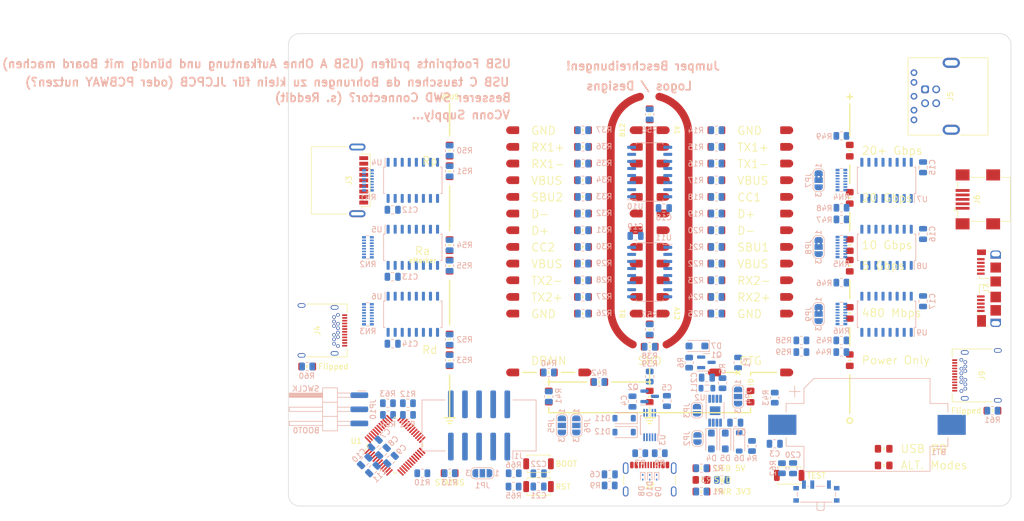
<source format=kicad_pcb>
(kicad_pcb (version 20221018) (generator pcbnew)
  (layers (0 "F.Cu" signal) (1 "In1.Cu" signal) (2 "In2.Cu" signal) (31 "B.Cu" signal) (34 "B.Paste" user) (35 "F.Paste" user) (36 "B.SilkS" user "B.Silkscreen") (37 "F.SilkS" user "F.Silkscreen") (38 "B.Mask" user) (39 "F.Mask" user) (44 "Edge.Cuts" user))
  (net 0 "")
  (net 1 "Net-(BT1-+)")
  (net 2 "GNDREF")
  (net 3 "Net-(D4-K)")
  (net 4 "Net-(D7-A)")
  (net 5 "+5V_USB")
  (net 6 "Net-(U3-V3)")
  (net 7 "Net-(J2-SHIELD)")
  (net 8 "VDD")
  (net 9 "/~{RST}")
  (net 10 "/~{BOOT}")
  (net 11 "Net-(D1-A)")
  (net 12 "Net-(D2-A)")
  (net 13 "Net-(D3-A)")
  (net 14 "Net-(D4-A)")
  (net 15 "VIN_SWD")
  (net 16 "Net-(D6-A)")
  (net 17 "Net-(D7-K)")
  (net 18 "Net-(D9-K)")
  (net 19 "Net-(D10-K)")
  (net 20 "Net-(D11-K)")
  (net 21 "/UART_RX")
  (net 22 "Net-(D12-K)")
  (net 23 "/~{RTS}")
  (net 24 "Net-(D13-A)")
  (net 25 "/uC_STATUS")
  (net 26 "Net-(J1-Pin_1)")
  (net 27 "Net-(J1-Pin_2)")
  (net 29 "Net-(J1-Pin_6)")
  (net 30 "/SWD_3V3")
  (net 31 "/SWD_5V")
  (net 32 "/A_VBUS")
  (net 33 "/A_D-")
  (net 34 "/A_D+")
  (net 35 "/A_GND")
  (net 36 "/A_RX-")
  (net 37 "/A_RX+")
  (net 38 "/A_DRAIN")
  (net 39 "/A_TX-")
  (net 40 "/A_TX+")
  (net 41 "/A_SHIELD")
  (net 42 "/A_CC1")
  (net 43 "/A_SBU1")
  (net 44 "/A_VBUS_A9")
  (net 45 "/A_RX2-")
  (net 46 "/A_RX2+")
  (net 47 "/A_GND_A12")
  (net 48 "/A_GND_B1")
  (net 49 "/A_TX2+")
  (net 50 "/A_TX2-")
  (net 51 "/A_VBUS_B4")
  (net 52 "/A_CC2")
  (net 53 "/A_D2+")
  (net 54 "/A_D2-")
  (net 55 "/A_SBU2")
  (net 56 "/A_VBUS_B9")
  (net 57 "/A_GND_B12")
  (net 58 "/B_VBUS")
  (net 59 "/B_D-")
  (net 60 "/B_D+")
  (net 61 "/B_GND")
  (net 62 "/B_TX-")
  (net 63 "/B_TX+")
  (net 64 "/B_DRAIN")
  (net 65 "/B_RX-")
  (net 66 "/B_RX+")
  (net 67 "/B_SHIELD")
  (net 68 "/B_ID")
  (net 69 "/B_CC1")
  (net 70 "/B_SBU1")
  (net 71 "/B_VBUS_A9")
  (net 72 "/B_RX2-")
  (net 73 "/B_RX2+")
  (net 74 "/B_GND_A12")
  (net 75 "/B_GND_B1")
  (net 76 "/B_TX2+")
  (net 77 "/B_TX2-")
  (net 78 "/B_VBUS_B4")
  (net 79 "/B_CC2")
  (net 80 "/B_D2+")
  (net 81 "/B_D2-")
  (net 82 "/B_SBU2")
  (net 83 "/B_VBUS_B9")
  (net 84 "/B_GND_B12")
  (net 85 "Net-(JP4-C)")
  (net 86 "/~{DTR}")
  (net 87 "/~{BOOT0}")
  (net 88 "/SWCLK")
  (net 89 "Net-(JP7-C)")
  (net 90 "Net-(U2-SW)")
  (net 91 "/UART_TX")
  (net 92 "Net-(Q2-D)")
  (net 93 "Net-(U2-VSET)")
  (net 94 "Net-(J2-CC1)")
  (net 95 "Net-(J2-CC2)")
  (net 96 "/SWDIO")
  (net 97 "Net-(RN1-R1.1)")
  (net 98 "Net-(RN1-R2.1)")
  (net 99 "Net-(RN1-R3.1)")
  (net 100 "Net-(RN1-R4.1)")
  (net 101 "Net-(RN1-R5.1)")
  (net 102 "Net-(RN1-R6.1)")
  (net 103 "Net-(RN1-R7.1)")
  (net 104 "Net-(RN1-R8.1)")
  (net 105 "Net-(RN2-R1.1)")
  (net 106 "Net-(RN2-R2.1)")
  (net 107 "Net-(RN2-R3.1)")
  (net 108 "Net-(RN2-R4.1)")
  (net 109 "Net-(RN2-R5.1)")
  (net 110 "Net-(RN2-R6.1)")
  (net 111 "Net-(RN2-R7.1)")
  (net 112 "Net-(RN2-R8.1)")
  (net 113 "Net-(RN3-R1.1)")
  (net 114 "Net-(RN3-R2.1)")
  (net 115 "Net-(RN3-R3.1)")
  (net 116 "Net-(RN3-R4.1)")
  (net 117 "Net-(RN3-R5.1)")
  (net 118 "Net-(RN3-R6.1)")
  (net 119 "Net-(RN3-R7.1)")
  (net 120 "Net-(RN3-R8.1)")
  (net 126 "/SR_LED_~{OE}")
  (net 127 "/SR_A_SER")
  (net 128 "/SR_A_SRCLK")
  (net 129 "/SR_A_RCLK")
  (net 130 "/SR_B_SER")
  (net 131 "/SR_B_CLK")
  (net 132 "/SR_B_~{LD}")
  (net 133 "/SR_B_~{OE}")
  (net 136 "Net-(U1-PA0)")
  (net 138 "/SR_A_~{OE}")
  (net 142 "Net-(U4-QH')")
  (net 143 "Net-(U5-QH')")
  (net 146 "Net-(U7-SER)")
  (net 148 "Net-(U8-SER)")
  (net 150 "Net-(SW1-B)")
  (net 154 "/R1")
  (net 155 "/R2")
  (net 156 "/R3")
  (net 157 "/R4")
  (net 158 "/R5")
  (net 159 "/R6")
  (net 160 "/C1")
  (net 161 "/C2")
  (net 162 "/C3")
  (net 163 "/C4")
  (net 164 "/C5")
  (net 165 "/C6")
  (net 166 "/C7")
  (net 167 "/C8")
  (net 168 "/SR_LED_ROW_SER")
  (net 169 "/SR_LED_ROW_SRCLK")
  (net 170 "/SR_LED_ROW_RCLK")
  (net 171 "/SR_LED_COL_SRCLK")
  (net 172 "/SR_LED_COL_RCLK")
  (net 173 "/SR_LED_COL_SER")
  (net 178 "Net-(R14-Pad2)")
  (net 179 "Net-(R15-Pad2)")
  (net 180 "Net-(R16-Pad2)")
  (net 181 "Net-(R17-Pad2)")
  (net 182 "Net-(R18-Pad2)")
  (net 183 "Net-(R19-Pad2)")
  (net 184 "Net-(R21-Pad2)")
  (net 185 "Net-(R22-Pad2)")
  (net 186 "Net-(R23-Pad2)")
  (net 187 "Net-(R24-Pad2)")
  (net 188 "Net-(R25-Pad2)")
  (net 189 "Net-(R26-Pad2)")
  (net 190 "Net-(R27-Pad2)")
  (net 191 "Net-(R28-Pad2)")
  (net 192 "Net-(R29-Pad2)")
  (net 193 "Net-(R30-Pad2)")
  (net 194 "Net-(R31-Pad2)")
  (net 195 "Net-(R32-Pad2)")
  (net 196 "Net-(R33-Pad2)")
  (net 197 "Net-(R34-Pad2)")
  (net 198 "Net-(R35-Pad2)")
  (net 199 "Net-(R36-Pad2)")
  (net 200 "Net-(R37-Pad2)")
  (net 201 "Net-(R20-Pad2)")
  (net 203 "Net-(D60-A)")
  (net 204 "Net-(D61-A)")
  (net 205 "Net-(R38-Pad2)")
  (net 206 "Net-(R39-Pad2)")
  (net 207 "Net-(R40-Pad2)")
  (net 208 "Net-(R41-Pad2)")
  (net 209 "Net-(R42-Pad2)")
  (net 210 "Net-(R43-Pad2)")
  (net 211 "Net-(R44-Pad2)")
  (net 212 "Net-(R45-Pad2)")
  (net 213 "Net-(R46-Pad2)")
  (net 214 "Net-(R47-Pad2)")
  (net 215 "Net-(R48-Pad2)")
  (net 216 "Net-(R49-Pad2)")
  (net 217 "Net-(R50-Pad2)")
  (net 218 "Net-(R51-Pad2)")
  (net 219 "Net-(R52-Pad2)")
  (net 220 "Net-(R53-Pad2)")
  (net 221 "Net-(R54-Pad2)")
  (net 222 "Net-(R55-Pad2)")
  (net 223 "Net-(R56-Pad2)")
  (net 224 "Net-(R57-Pad2)")
  (net 226 "Net-(D58-A)")
  (net 227 "Net-(D59-A)")
  (net 228 "Net-(JP10-C)")
  (net 229 "Net-(JP8-C)")
  (net 230 "Net-(JP9-C)")
  (footprint "Connector_USB:USB3_Micro-B_Hirose_ZX360D-B-10P" (layer "F.Cu") (at 126.06 45.916666 90)
    (fp_text reference "J7")
    (fp_text value "USB3_B_Micro")
  )
  (footprint "Package_QFP:LQFP-48_7x7mm_P0.5mm" (layer "F.Cu") (at 19.175565 74.071402 45)
    (fp_text reference "U1")
    (fp_text value "STM32G071CBTx")
  )
  (footprint "LED_SMD:LED_0805_2012Metric_Pad1.15x1.40mm_HandSolder_Minimal" (layer "F.Cu") (at 29.002863 79.087746)
    (fp_text reference "D13" hide)
    (fp_text value "LED_uC_STATUS")
  )
  (footprint "LED_SMD:LED_0805_2012Metric_Pad1.15x1.40mm_HandSolder_Minimal" (layer "F.Cu") (at 74.3125 80.3)
    (fp_text reference "D3" hide)
    (fp_text value "LED_SWD_PWR")
  )
  (footprint "Button_Switch_SMD:SW_Push_SPST_SL" (layer "F.Cu") (at 45 81.5)
    (fp_text reference "SW3" hide)
    (fp_text value "RESET")
  )
  (footprint "LED_SMD:LED_0805_2012Metric_Pad1.15x1.40mm_HandSolder_Minimal" (layer "F.Cu") (at 107.101501 74.699765)
    (fp_text reference "D58" hide)
    (fp_text value "LED_PD")
  )
  (footprint "Connector_USB:USB_C_Receptacle_GCT_USB4105-xx-A_16P_TopMnt_Horizontal" (layer "F.Cu") (at 65 81.3)
    (fp_text reference "J2")
    (fp_text value "USB_C_Receptacle_USB2.0")
  )
  (footprint "LED_SMD:LED_0805_2012Metric_Pad1.15x1.40mm_HandSolder_Minimal" (layer "F.Cu") (at 3.375 59.9 180)
    (fp_text reference "D60" hide)
    (fp_text value "LED_Flipped_A")
  )
  (footprint "LED_SMD:LED_0805_2012Metric_Pad1.15x1.40mm_HandSolder_Minimal" (layer "F.Cu") (at 126.675 67.85)
    (fp_text reference "D61" hide)
    (fp_text value "LED_Flipped_B")
  )
  (footprint "Project library:USB3_C_Symbol_Test_Points" (layer "F.Cu") (at 65 33.875)
    (fp_text reference "T1" hide)
    (fp_text value "USB3_C_Symbol_Test_Points")
  )
  (footprint "Connector_USB:USB3_A_Receptacle" (layer "F.Cu") (at 14.3475 26.404 -90)
    (fp_text reference "J3")
    (fp_text value "USB3_A")
  )
  (footprint "Connector_USB:USB3_B_Receptacle" (layer "F.Cu") (at 112.555 11.275 90)
    (fp_text reference "J5")
    (fp_text value "USB3_B")
  )
  (footprint "Button_Switch_SMD:SW_Push_SPST_SL" (layer "F.Cu") (at 90.1 79.5)
    (fp_text reference "SW2" hide)
    (fp_text value "WAKEUP / TEST")
  )
  (footprint "Connector_USB:USB_C_Receptacle_24P" (layer "F.Cu") (at 124.8 61.5 90)
    (fp_text reference "J9")
    (fp_text value "USB_C_24p_Receptacle")
  )
  (footprint "LED_SMD:LED_0805_2012Metric_Pad1.15x1.40mm_HandSolder_Minimal" (layer "F.Cu") (at 107.101501 77.699765)
    (fp_text reference "D59" hide)
    (fp_text value "LED_ALT_MODES")
  )
  (footprint "Button_Switch_SMD:SW_Push_SPST_SL" (layer "F.Cu") (at 45 77.4)
    (fp_text reference "SW4" hide)
    (fp_text value "BOOT")
  )
  (footprint "Connector_USB:USB_C_Receptacle_24P" (layer "F.Cu") (at 5.2 53.404 -90)
    (fp_text reference "J4")
    (fp_text value "USB_C_24p_Receptacle")
  )
  (footprint "LED_SMD:LED_0805_2012Metric_Pad1.15x1.40mm_HandSolder_Minimal" (layer "F.Cu") (at 74.3125 78.2 180)
    (fp_text reference "D2" hide)
    (fp_text value "LED_USB_PWR")
  )
  (footprint "LED_SMD:LED_0805_2012Metric_Pad1.15x1.40mm_HandSolder_Minimal" (layer "F.Cu") (at 74.3125 82.4 180)
    (fp_text reference "D1" hide)
    (fp_text value "LED_PWR")
  )
  (footprint "Connector_USB:USB_Mini-B_Wuerth_65100516121_Horizontal" (layer "F.Cu") (at 123.9 29.823333 90)
    (fp_text reference "J6")
    (fp_text value "USB_B_Mini")
  )
  (footprint "Resistor_SMD:R_0805_2012Metric" (layer "B.Cu") (at 21.5125 68.6 180)
    (fp_text reference "R11")
    (fp_text value "47R")
  )
  (footprint "Capacitor_SMD:C_0805_2012Metric" (layer "B.Cu") (at 114.185 48.15 90)
    (fp_text reference "C17")
    (fp_text value "0.1uF")
  )
  (footprint "Resistor_SMD:R_0805_2012Metric" (layer "B.Cu") (at 3.373279 59.899177 180)
    (fp_text reference "R60")
    (fp_text value "R")
  )
  (footprint "Jumper:SolderJumper-3_P1.3mm_Open_RoundedPad1.0x1.5mm_NumberLabels" (layer "B.Cu") (at 49.2 70.5 -90)
    (fp_text reference "JP5")
    (fp_text value "SolderJumper_3_Open")
  )
  (footprint "Package_SO:SOIC-16_4.55x10.3mm_P1.27mm" (layer "B.Cu") (at 22.38 38.45 -90)
    (fp_text reference "U5")
    (fp_text value "74HC595")
  )
  (footprint "Capacitor_SMD:C_0805_2012Metric" (layer "B.Cu") (at 114.185 24.05 90)
    (fp_text reference "C15")
    (fp_text value "0.1uF")
  )
  (footprint "Resistor_SMD:R_0805_2012Metric" (layer "B.Cu") (at 53.004687 32.378421 180)
    (fp_text reference "R32")
    (fp_text value "R")
  )
  (footprint "Inductor_SMD:L_0805_2012Metric" (layer "B.Cu") (at 75.3 63.8 180)
    (fp_text reference "L1")
    (fp_text value "2.2uH")
  )
  (footprint "Resistor_SMD:R_0805_2012Metric" (layer "B.Cu") (at 76.998783 20.377818)
    (fp_text reference "R15")
    (fp_text value "R")
  )
  (footprint "Capacitor_SMD:C_0805_2012Metric" (layer "B.Cu") (at 15.554812 73.757814 -135)
    (fp_text reference "C7")
    (fp_text value "0.1uF")
  )
  (footprint "Capacitor_SMD:C_0805_2012Metric" (layer "B.Cu") (at 57.8125 79.3 180)
    (fp_text reference "C6")
    (fp_text value "1nF")
  )
  (footprint "Package_SO:SOIC-16_4.55x10.3mm_P1.27mm" (layer "B.Cu") (at 107.62 50.5 90)
    (fp_text reference "U9")
    (fp_text value "74HC165")
  )
  (footprint "Capacitor_SMD:C_0805_2012Metric" (layer "B.Cu") (at 18.445661 76.648663 -135)
    (fp_text reference "C9")
    (fp_text value "10uF")
  )
  (footprint "Resistor_SMD:R_0805_2012Metric" (layer "B.Cu") (at 53.004687 23.379183 180)
    (fp_text reference "R35")
    (fp_text value "R")
  )
  (footprint "Resistor_SMD:R_0805_2012Metric" (layer "B.Cu") (at 65 61.7 -90)
    (fp_text reference "R39")
    (fp_text value "R")
  )
  (footprint "Diode_SMD:D_SOD-923" (layer "B.Cu") (at 63.750536 79.82 -90)
    (fp_text reference "D8")
    (fp_text value "TVS")
  )
  (footprint "Resistor_SMD:R_0805_2012Metric" (layer "B.Cu") (at 99.5 18.4)
    (fp_text reference "R49")
    (fp_text value "R")
  )
  (footprint "Package_SO:SOIC-16_4.55x10.3mm_P1.27mm" (layer "B.Cu") (at 107.62 26.4 90)
    (fp_text reference "U7")
    (fp_text value "74HC165")
  )
  (footprint "Resistor_SMD:R_0805_2012Metric" (layer "B.Cu") (at 76.998783 29.37747)
    (fp_text reference "R18")
    (fp_text value "R")
  )
  (footprint "Connector_PinHeader_2.54mm:PinHeader_1x03_P2.54mm_Horizontal_SMD" (layer "B.Cu") (at 12.7 67.6 180)
    (fp_text reference "JP10")
    (fp_text value "BOOT/SWCLK")
  )
  (footprint "Resistor_SMD:R_0805_2012Metric" (layer "B.Cu") (at 99.4875 57.3)
    (fp_text reference "R44")
    (fp_text value "R")
  )
  (footprint "Package_TO_SOT_SMD:SOT-23" (layer "B.Cu") (at 65 65.27)
    (fp_text reference "Q2")
    (fp_text value "2SK3018")
  )
  (footprint "Resistor_SMD:R_0805_2012Metric" (layer "B.Cu") (at 76.998783 47.376774)
    (fp_text reference "R24")
    (fp_text value "R")
  )
  (footprint "Resistor_SMD:R_0805_2012Metric" (layer "B.Cu") (at 65.00665 53.230578 -90)
    (fp_text reference "R57")
    (fp_text value "R")
  )
  (footprint "Resistor_SMD:R_0805_2012Metric" (layer "B.Cu") (at 29.003252 55.054742 90)
    (fp_text reference "R52")
    (fp_text value "R")
  )
  (footprint "Resistor_SMD:R_0805_2012Metric" (layer "B.Cu") (at 76.998783 32.377354)
    (fp_text reference "R19")
    (fp_text value "R")
  )
  (footprint "Package_SO:SOIC-16_4.55x10.3mm_P1.27mm" (layer "B.Cu") (at 22.38 26.4 -90)
    (fp_text reference "U4")
    (fp_text value "74HC595")
  )
  (footprint "Resistor_SMD:R_0805_2012Metric" (layer "B.Cu") (at 29.000781 58.762252 -90)
    (fp_text reference "R53")
    (fp_text value "R")
  )
  (footprint "Resistor_SMD:R_0805_2012Metric" (layer "B.Cu") (at 53.004687 20.379437 180)
    (fp_text reference "R36")
    (fp_text value "R")
  )
  (footprint "Resistor_SMD:R_0805_2012Metric" (layer "B.Cu") (at 29.003704 24.754315 90)
    (fp_text reference "R51")
    (fp_text value "R")
  )
  (footprint "Capacitor_SMD:C_0805_2012Metric" (layer "B.Cu") (at 15.2 78.41127 45)
    (fp_text reference "C11")
    (fp_text value "1uF")
  )
  (footprint "Resistor_SMD:R_0805_2012Metric" (layer "B.Cu") (at 53.004687 44.377405 180)
    (fp_text reference "R28")
    (fp_text value "R")
  )
  (footprint "Resistor_SMD:R_0805_2012Metric" (layer "B.Cu") (at 53.004687 41.377659 180)
    (fp_text reference "R29")
    (fp_text value "R")
  )
  (footprint "Resistor_SMD:R_0805_2012Metric" (layer "B.Cu") (at 53.004687 38.377913 180)
    (fp_text reference "R30")
    (fp_text value "R")
  )
  (footprint "Resistor_SMD:R_0805_2012Metric" (layer "B.Cu") (at 99.5 44.8)
    (fp_text reference "R46")
    (fp_text value "R")
  )
  (footprint "Resistor_SMD:R_0805_2012Metric" (layer "B.Cu") (at 76.998783 35.377238)
    (fp_text reference "R20")
    (fp_text value "R")
  )
  (footprint "Jumper:SolderJumper-2_P1.3mm_Open_RoundedPad1.0x1.5mm" (layer "B.Cu") (at 73.5 67.75 90)
    (fp_text reference "JP3")
    (fp_text value "Bypass Buck Regulator")
  )
  (footprint "Resistor_SMD:R_0805_2012Metric" (layer "B.Cu") (at 21.5 66.5 180)
    (fp_text reference "R12")
    (fp_text value "47R")
  )
  (footprint "Resistor_SMD:R_0805_2012Metric" (layer "B.Cu") (at 17.9 66.5)
    (fp_text reference "R63")
    (fp_text value "10k")
  )
  (footprint "Resistor_SMD:R_0805_2012Metric" (layer "B.Cu") (at 29.00242 41.760229 -90)
    (fp_text reference "R55")
    (fp_text value "R")
  )
  (footprint "Jumper:SolderJumper-3_P1.3mm_Open_RoundedPad1.0x1.5mm_NumberLabels" (layer "B.Cu") (at 34.9 79.1 180)
    (fp_text reference "JP1")
    (fp_text value "SolderJumper_3_Open")
  )
  (footprint "Jumper:SolderJumper-3_P1.3mm_Open_RoundedPad1.0x1.5mm_NumberLabels" (layer "B.Cu") (at 80.9 65.3 -90)
    (fp_text reference "JP4")
    (fp_text value "SolderJumper_3_Open")
  )
  (footprint "Resistor_SMD:R_0805_2012Metric" (layer "B.Cu") (at 53.004687 26.378929 180)
    (fp_text reference "R34")
    (fp_text value "R")
  )
  (footprint "Resistor_SMD:R_Array_Convex_8x0402_YC248" (layer "B.Cu") (at 14.3 50.5 180)
    (fp_text reference "RN3")
    (fp_text value "330R")
  )
  (footprint "Jumper:SolderJumper-3_P1.3mm_Bridged2Bar12_RoundedPad1.0x1.5mm_NumberLabels" (layer "B.Cu") (at 95.4 50.45395 -90)
    (fp_text reference "JP9")
    (fp_text value "SolderJumper_3_Bridged12")
  )
  (footprint "Resistor_SMD:R_0805_2012Metric" (layer "B.Cu") (at 29.0125 79.1)
    (fp_text reference "R13")
    (fp_text value "R")
  )
  (footprint "Resistor_SMD:R_Array_Convex_8x0402_YC248" (layer "B.Cu") (at 14.3 26.4 180)
    (fp_text reference "RN1")
    (fp_text value "330R")
  )
  (footprint "Resistor_SMD:R_0805_2012Metric" (layer "B.Cu") (at 76.998783 23.377702)
    (fp_text reference "R16")
    (fp_text value "R")
  )
  (footprint "Resistor_SMD:R_0805_2012Metric" (layer "B.Cu") (at 76.998783 44.37689)
    (fp_text reference "R23")
    (fp_text value "R")
  )
  (footprint "Button_Switch_SMD:SW_SPDT_PCM12" (layer "B.Cu") (at 95 82.57 180)
    (fp_text reference "SW1" hide)
    (fp_text value "SW_SPST")
  )
  (footprint "Resistor_SMD:R_0805_2012Metric" (layer "B.Cu") (at 92.3 57.3)
    (fp_text reference "R59")
    (fp_text value "R")
  )
  (footprint "Resistor_SMD:R_0805_2012Metric" (layer "B.Cu") (at 78.1 62.9 90)
    (fp_text reference "R5")
    (fp_text value "52.3k")
  )
  (footprint "Resistor_SMD:R_0805_2012Metric" (layer "B.Cu") (at 46.84495 65.300201 -90)
    (fp_text reference "R41")
    (fp_text value "R")
  )
  (footprint "Diode_SMD:D_SOD-923" (layer "B.Cu") (at 66.250536 79.82 -90)
    (fp_text reference "D9")
    (fp_text value "TVS")
  )
  (footprint "Capacitor_SMD:C_0805_2012Metric" (layer "B.Cu") (at 61.9 66.2 -90)
    (fp_text reference "C4")
    (fp_text value "0.1uF")
  )
  (footprint "Package_SO:SOIC-16_4.55x10.3mm_P1.27mm" (layer "B.Cu") (at 65 24.9)
    (fp_text reference "U10")
    (fp_text value "74HC595")
  )
  (footprint "Resistor_SMD:R_0805_2012Metric" (layer "B.Cu") (at 53.004687 50.376898 180)
    (fp_text reference "R26")
    (fp_text value "R")
  )
  (footprint "Resistor_SMD:R_0805_2012Metric" (layer "B.Cu") (at 99.4875 55.2 180)
    (fp_text reference "R45")
    (fp_text value "R")
  )
  (footprint "Capacitor_SMD:C_0805_2012Metric" (layer "B.Cu") (at 75.3 61.9)
    (fp_text reference "C2")
    (fp_text value "10uF")
  )
  (footprint "Capacitor_SMD:C_0805_2012Metric" (layer "B.Cu") (at 13.740053 76.958722 45)
    (fp_text reference "C10")
    (fp_text value "0.1uF")
  )
  (footprint "Resistor_SMD:R_0805_2012Metric" (layer "B.Cu") (at 53.004687 17.379691 180)
    (fp_text reference "R37")
    (fp_text value "R")
  )
  (footprint "Resistor_SMD:R_0805_2012Metric" (layer "B.Cu") (at 83.407012 74.2 90)
    (fp_text reference "R4")
    (fp_text value "1.2k")
  )
  (footprint "Resistor_SMD:R_Array_Convex_8x0402_YC248" (layer "B.Cu") (at 99.5 50.45 180)
    (fp_text reference "RN6")
    (fp_text value "10k")
  )
  (footprint "Diode_SMD:D_SOD-123" (layer "B.Cu") (at 60.4 71.7 180)
    (fp_text reference "D12")
    (fp_text value "B0520")
  )
  (footprint "Capacitor_SMD:C_0805_2012Metric" (layer "B.Cu") (at 18.75 55.8 180)
    (fp_text reference "C14")
    (fp_text value "0.1uF")
  )
  (footprint "Resistor_SMD:R_0805_2012Metric" (layer "B.Cu") (at 55.924615 62.6826 180)
    (fp_text reference "R42")
    (fp_text value "R")
  )
  (footprint "Capacitor_SMD:C_0805_2012Metric" (layer "B.Cu") (at 18.75 31.696365 180)
    (fp_text reference "C12")
    (fp_text value "0.1uF")
  )
  (footprint "Capacitor_SMD:C_0805_2012Metric" (layer "B.Cu") (at 45 81.5 180)
    (fp_text reference "C21")
    (fp_text value "0.1uF")
  )
  (footprint "Capacitor_SMD:C_0805_2012Metric" (layer "B.Cu") (at 114.185 36.05 90)
    (fp_text reference "C16")
    (fp_text value "0.1uF")
  )
  (footprint "Package_SO:MSOP-10_3x3mm_P0.5mm" (layer "B.Cu") (at 65 70.42 90)
    (fp_text reference "U3")
    (fp_text value "CH340X")
  )
  (footprint "Package_SO:SOIC-16_4.55x10.3mm_P1.27mm" (layer "B.Cu") (at 107.62 38.45 90)
    (fp_text reference "U8")
    (fp_text value "74HC165")
  )
  (footprint "Resistor_SMD:R_Array_Convex_8x0402_YC248" (layer "B.Cu") (at 99.5 38.4 180)
    (fp_text reference "RN5")
    (fp_text value "10k")
  )
  (footprint "Resistor_SMD:R_0805_2012Metric" (layer "B.Cu") (at 87.5 65.5 -90)
    (fp_text reference "R43")
    (fp_text value "R")
  )
  (footprint "Capacitor_SMD:C_0805_2012Metric" (layer "B.Cu") (at 18.75 43.748182 180)
    (fp_text reference "C13")
    (fp_text value "0.1uF")
  )
  (footprint "Package_TO_SOT_SMD:SOT-23" (layer "B.Cu") (at 75.2 59.15)
    (fp_text reference "Q1")
    (fp_text value "DMG3415U")
  )
  (footprint "Resistor_SMD:R_0805_2012Metric" (layer "B.Cu") (at 76.998783 50.376658)
    (fp_text reference "R25")
    (fp_text value "R")
  )
  (footprint "Diode_SMD:D_SOD-123" (layer "B.Cu") (at 81.107012 73.453976 -90)
    (fp_text reference "D6")
    (fp_text value "6.5V")
  )
  (footprint "Diode_SMD:D_SOD-123FL" (layer "B.Cu") (at 73.5 56.2 180)
    (fp_text reference "D7")
    (fp_text value "MBR120")
  )
  (footprint "Package_SO:SOIC-16_4.55x10.3mm_P1.27mm" (layer "B.Cu") (at 22.38 50.5 -90)
    (fp_text reference "U6")
    (fp_text value "74HC595")
  )
  (footprint "Capacitor_SMD:C_0805_2012Metric" (layer "B.Cu") (at 90.8 78.2 -90)
    (fp_text reference "C20")
    (fp_text value "0.1uF")
  )
  (footprint "Diode_SMD:D_SOD-923" (layer "B.Cu") (at 65 79.82 -90)
    (fp_text reference "D10")
    (fp_text value "TVS")
  )
  (footprint "Capacitor_SMD:C_0805_2012Metric" (layer "B.Cu") (at 80.4 70)
    (fp_text reference "C1")
    (fp_text value "4.7uF")
  )
  (footprint "Battery:BatteryHolder_Keystone_1060_1x2032_BP" (layer "B.Cu") (at 104.1 70.4)
    (fp_text reference "BT1")
    (fp_text value "Battery_Cell")
  )
  (footprint "Jumper:SolderJumper-3_P1.3mm_Bridged2Bar12_RoundedPad1.0x1.5mm_NumberLabels" (layer "B.Cu") (at 95.4 38.4 -90)
    (fp_text reference "JP8")
    (fp_text value "SolderJumper_3_Bridged12")
  )
  (footprint "Resistor_SMD:R_0805_2012Metric" (layer "B.Cu") (at 76.998783 17.377934)
    (fp_text reference "R14")
    (fp_text value "R")
  )
  (footprint "Resistor_SMD:R_0805_2012Metric" (layer "B.Cu") (at 126.672526 67.852561)
    (fp_text reference "R61")
    (fp_text value "R")
  )
  (footprint "Capacitor_SMD:C_0805_2012Metric" (layer "B.Cu") (at 67.55 31.4)
    (fp_text reference "C18")
    (fp_text value "0.1uF")
  )
  (footprint "Fuse:Fuse_0805_2012Metric" (layer "B.Cu") (at 80.9 59.2 -90)
    (fp_text reference "F1")
    (fp_text value "Resettable 500mA")
  )
  (footprint "Resistor_SMD:R_0805_2012Metric" (layer "B.Cu") (at 78 80.3 180)
    (fp_text reference "R3")
    (fp_text value "R")
  )
  (footprint "Capacitor_SMD:C_0805_2012Metric" (layer "B.Cu") (at 16.997056 75.2 -135)
    (fp_text reference "C8")
    (fp_text value "0.1uF")
  )
  (footprint "Resistor_SMD:R_0805_2012Metric" (layer "B.Cu") (at 17.9125 68.6 180)
    (fp_text reference "R64")
    (fp_text value "100k")
  )
  (footprint "Resistor_SMD:R_0805_2012Metric" (layer "B.Cu") (at 65.000157 14.525877 90)
    (fp_text reference "R56")
    (fp_text value "R")
  )
  (footprint "Resistor_SMD:R_0805_2012Metric" (layer "B.Cu") (at 66.8125 75.5 180)
    (fp_text reference "R8")
    (fp_text value "5k1")
  )
  (footprint "Resistor_SMD:R_0805_2012Metric" (layer "B.Cu") (at 53.004687 35.378167 180)
    (fp_text reference "R31")
    (fp_text value "R")
  )
  (footprint "Package_SO:SOIC-16_4.55x10.3mm_P1.27mm" (layer "B.Cu") (at 65 42.9 180)
    (fp_text reference "U11")
    (fp_text value "74HC595")
  )
  (footprint "Resistor_SMD:R_0805_2012Metric" (layer "B.Cu") (at 40.5341 79.1)
    (fp_text reference "R66")
    (fp_text value "4k7")
  )
  (footprint "Resistor_SMD:R_0805_2012Metric" (layer "B.Cu") (at 76.998783 38.377122)
    (fp_text reference "R21")
    (fp_text value "R")
  )
  (footprint "Resistor_SMD:R_0805_2012Metric" (layer "B.Cu") (at 65.001182 56.349337)
    (fp_text reference "R38")
    (fp_text value "R")
  )
  (footprint "Resistor_SMD:R_Array_Convex_8x0402_YC248" (layer "B.Cu") (at 14.3 38.45 180)
    (fp_text reference "RN2")
    (fp_text value "330R")
  )
  (footprint "Package_SO:HVSSOP-8-1EP_3x3mm_P0.65mm_EP1.57x1.89mm" (layer "B.Cu") (at 76.77 67.85 -90)
    (fp_text reference "U2")
    (fp_text value "TPS62842DGR")
  )
  (footprint "Resistor_SMD:R_0805_2012Metric" (layer "B.Cu") (at 88.8 78.2 90)
    (fp_text reference "R62")
    (fp_text value "10k")
  )
  (footprint "Resistor_SMD:R_0805_2012Metric" (layer "B.Cu") (at 28.99966 38.056224 90)
    (fp_text reference "R54")
    (fp_text value "R")
  )
  (footprint "Resistor_SMD:R_0805_2012Metric" (layer "B.Cu") (at 99.519228 33.424933)
    (fp_text reference "R47")
    (fp_text value "R")
  )
  (footprint "Capacitor_SMD:C_0805_2012Metric" (layer "B.Cu") (at 68.1 66.1 -90)
    (fp_text reference "C5")
    (fp_text value "0.1uF")
  )
  (footprint "Resistor_SMD:R_0805_2012Metric" (layer "B.Cu") (at 40.5091 81.5)
    (fp_text reference "R65")
    (fp_text value "10k")
  )
  (footprint "Resistor_SMD:R_0805_2012Metric" (layer "B.Cu") (at 76.998783 26.377586)
    (fp_text reference "R17")
    (fp_text value "R")
  )
  (footprint "Resistor_SMD:R_0805_2012Metric" (layer "B.Cu") (at 99.519228 31.324933)
    (fp_text reference "R48")
    (fp_text value "R")
  )
  (footprint "Resistor_SMD:R_0805_2012Metric" (layer "B.Cu") (at 57.8 81.3 180)
    (fp_text reference "R9")
    (fp_text value "1M")
  )
  (footprint "Capacitor_SMD:C_0805_2012Metric" (layer "B.Cu") (at 87.5 73.8)
    (fp_text reference "C3")
    (fp_text value "10uF")
  )
  (footprint "Resistor_SMD:R_0805_2012Metric" (layer "B.Cu") (at 74.3 82.4 180)
    (fp_text reference "R1")
    (fp_text value "R")
  )
  (footprint "Resistor_SMD:R_0805_2012Metric" (layer "B.Cu") (at 72.1 59.2 -90)
    (fp_text reference "R6")
    (fp_text value "100k")
  )
  (footprint "Capacitor_SMD:C_0805_2012Metric" (layer "B.Cu") (at 45.0216 79.13302 180)
    (fp_text reference "C22")
    (fp_text value "0.1uF")
  )
  (footprint "Jumper:SolderJumper-2_P1.3mm_Open_RoundedPad1.0x1.5mm" (layer "B.Cu") (at 73.6 72.85 -90)
    (fp_text reference "JP2")
    (fp_text value "USB PWR")
  )
  (footprint "Resistor_SMD:R_0805_2012Metric" (layer "B.Cu") (at 29.005951 21.051935 90)
    (fp_text reference "R50")
    (fp_text value "R")
  )
  (footprint "Resistor_SMD:R_0805_2012Metric" (layer "B.Cu") (at 76.998783 41.377006)
    (fp_text reference "R22")
    (fp_text value "R")
  )
  (footprint "Resistor_SMD:R_Array_Convex_8x0402_YC248" (layer "B.Cu") (at 99.5 26.35 180)
    (fp_text reference "RN4")
    (fp_text value "10k")
  )
  (footprint "Jumper:SolderJumper-3_P1.3mm_Bridged2Bar12_RoundedPad1.0x1.5mm_NumberLabels" (layer "B.Cu") (at 95.4 26.374496 -90)
    (fp_text reference "JP7")
    (fp_text value "SolderJumper_3_Bridged12")
  )
  (footprint "Diode_SMD:D_SOD-123FL" (layer "B.Cu") (at 78.6 73.3 -90)
    (fp_text reference "D5")
    (fp_text value "MBR120")
  )
  (footprint "Diode_SMD:D_SOD-123FL" (layer "B.Cu") (at 76.1 73.3 -90)
    (fp_text reference "D4")
    (fp_text value "MBR120")
  )
  (footprint "Resistor_SMD:R_0805_2012Metric" (layer "B.Cu") (at 92.3 55.2)
    (fp_text reference "R58")
    (fp_text value "R")
  )
  (footprint "Resistor_SMD:R_0805_2012Metric" (layer "B.Cu") (at 24.0875 79.1)
    (fp_text reference "R10")
    (fp_text value "47R")
  )
  (footprint "Resistor_SMD:R_0805_2012Metric" (layer "B.Cu") (at 46.845139 60.965595 180)
    (fp_text reference "R40")
    (fp_text value "R")
  )
  (footprint "Connector_IDC:IDC-Header_2x05_P2.54mm_Vertical_SMD" (layer "B.Cu") (at 34.3 70.5 90)
    (fp_text reference "J1")
    (fp_text value "SWD")
  )
  (footprint "Resistor_SMD:R_0805_2012Metric" (layer "B.Cu") (at 74.3 78.2 180)
    (fp_text reference "R2")
    (fp_text value "R")
  )
  (footprint "Resistor_SMD:R_0805_2012Metric" (layer "B.Cu") (at 53.004687 47.377151 180)
    (fp_text reference "R27")
    (fp_text value "R")
  )
  (footprint "Diode_SMD:D_SOD-123" (layer "B.Cu") (at 60.4 69.2 180)
    (fp_text reference "D11")
    (fp_text value "B0520")
  )
  (footprint "Resistor_SMD:R_0805_2012Metric" (layer "B.Cu") (at 53.004687 29.378675 180)
    (fp_text reference "R33")
    (fp_text value "R")
  )
  (footprint "Capacitor_SMD:C_0805_2012Metric" (layer "B.Cu") (at 62.45 36.4 180)
    (fp_text reference "C19")
    (fp_text value "0.1uF")
  )
  (footprint "Jumper:SolderJumper-3_P1.3mm_Open_RoundedPad1.0x1.5mm_NumberLabels" (layer "B.Cu") (at 51.8 70.5 -90)
    (fp_text reference "JP6")
    (fp_text value "SolderJumper_3_Open")
  )
  (footprint "Resistor_SMD:R_0805_2012Metric" (layer "B.Cu") (at 63.3 75.5 180)
    (fp_text reference "R7")
    (fp_text value "5k1")
  )
  (gr_arc (start 130 83) (mid 129.414214 84.414214) (end 128 85) (stroke (width 0.1)) (layer "Edge.Cuts"))
  (gr_line (start 130 2) (end 130 83) (stroke (width 0.1)) (layer "Edge.Cuts"))
  (gr_line (start 2 0) (end 128 0) (stroke (width 0.1)) (layer "Edge.Cuts"))
  (gr_arc (start 0 2) (mid 0.585786 0.585786) (end 2 0) (stroke (width 0.1)) (layer "Edge.Cuts"))
  (gr_arc (start 128 0) (mid 129.414214 0.585786) (end 130 2) (stroke (width 0.1)) (layer "Edge.Cuts"))
  (gr_arc (start 2 85) (mid 0.585786 84.414214) (end 0 83) (stroke (width 0.1)) (layer "Edge.Cuts"))
  (gr_line (start 128 85) (end 2 85) (stroke (width 0.1)) (layer "Edge.Cuts"))
  (gr_line (start 0 83) (end 0 2) (stroke (width 0.1)) (layer "Edge.Cuts"))
  (gr_text "Besserer SWD Connector? (s. Reddit)" (at 40.2 12.4) (layer "B.SilkS") (effects (font (size 1.5 1.5) (thickness 0.3) bold) (justify left bottom mirror)))
  (gr_text "Logos / Designs" (at 72.8 10.3) (layer "B.SilkS") (effects (font (size 1.5 1.5) (thickness 0.3) bold) (justify left bottom mirror)))
  (gr_text "USB C tauschen da Bohrungen zu klein für JLCPCB (oder PCBWAY nutzen?)" (at 39.9 9.6) (layer "B.SilkS") (effects (font (size 1.5 1.5) (thickness 0.3) bold) (justify left bottom mirror)))
  (gr_text "Jumper Beschreibungen!" (at 77.8 6.7) (layer "B.SilkS") (effects (font (size 1.5 1.5) (thickness 0.3) bold) (justify left bottom mirror)))
  (gr_text "USB Footprints prüfen (USB A Ohne Aufkantung und bündig mit Board machen)" (at 40.2 6.3) (layer "B.SilkS") (effects (font (size 1.5 1.5) (thickness 0.3) bold) (justify left bottom mirror)))
  (gr_text "VConn Supply..." (at 40 15.5) (layer "B.SilkS") (effects (font (size 1.5 1.5) (thickness 0.3) bold) (justify left bottom mirror)))
)
</source>
